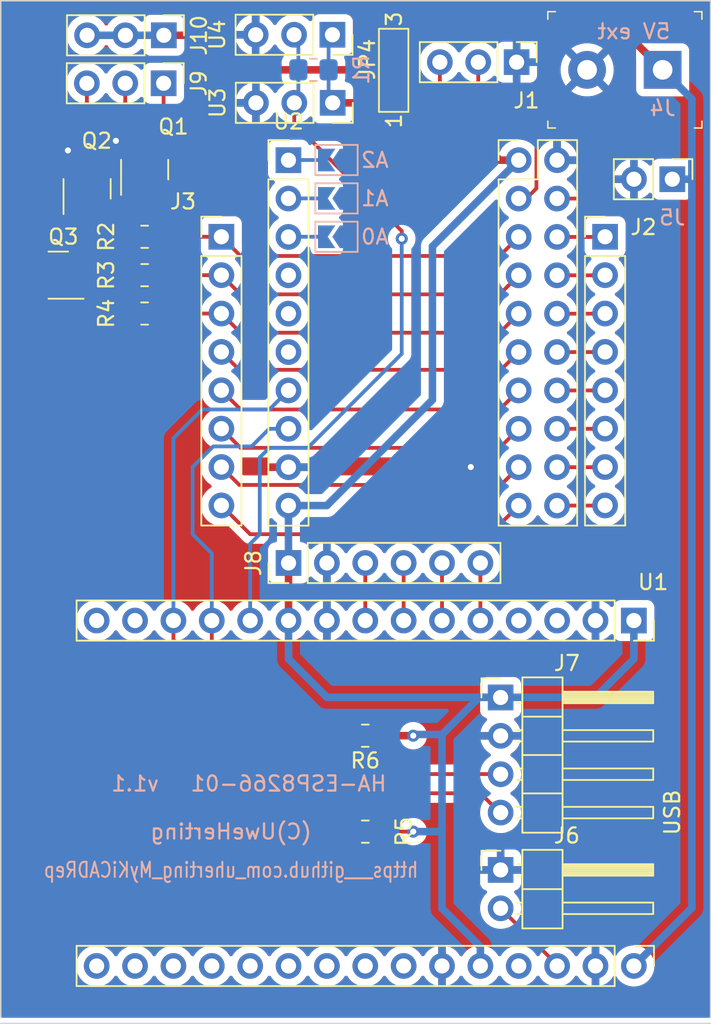
<source format=kicad_pcb>
(kicad_pcb (version 20221018) (generator pcbnew)
  (title_block (title "HA Std board #01") (date "2019-10-10") (rev "0.99"))
  (layers (0 "F.Cu" signal) (31 "B.Cu" signal) (34 "B.Paste" user) (35 "F.Paste" user) (36 "B.SilkS" user "B.Silkscreen") (37 "F.SilkS" user "F.Silkscreen") (38 "B.Mask" user) (39 "F.Mask" user) (44 "Edge.Cuts" user))
  (net 0 "")
  (net 1 "GND")
  (net 2 "3V3")
  (net 3 "5V")
  (net 4 "SDA")
  (net 5 "SCL")
  (net 6 "1WireData3V3")
  (net 7 "D5")
  (net 8 "D6")
  (net 9 "D7")
  (net 10 "Net-(J1-Pin_2)")
  (net 11 "Net-(J1-Pin_3)")
  (net 12 "Net-(J2-P0)")
  (net 13 "Net-(J2-P1)")
  (net 14 "Net-(J2-P2)")
  (net 15 "~{RST}")
  (net 16 "D8")
  (net 17 "Net-(J2-P3)")
  (net 18 "Net-(J2-P4)")
  (net 19 "Net-(J2-P5)")
  (net 20 "Net-(J2-P6)")
  (net 21 "Net-(J2-P7)")
  (net 22 "B0")
  (net 23 "B1")
  (net 24 "B2")
  (net 25 "Net-(J3-P3)")
  (net 26 "Net-(J3-P4)")
  (net 27 "Net-(J3-P5)")
  (net 28 "Net-(J3-P6)")
  (net 29 "Net-(J3-P7)")
  (net 30 "Net-(JP2-B)")
  (net 31 "Net-(Q1-B)")
  (net 32 "B0_OUT")
  (net 33 "Net-(Q2-B)")
  (net 34 "B1_OUT")
  (net 35 "Net-(Q3-B)")
  (net 36 "B2_OUT")
  (net 37 "Net-(J10-Pin_1)")
  (net 51 "Net-(JP1-B)")
  (net 52 "Net-(JP3-B)")
  (footprint "Connector_PinHeader_2.54mm:PinHeader_1x03_P2.54mm_Vertical" (layer "F.Cu") (at 117.333 102.108 -90)
    (fp_text reference "J1" (at 2.54 -0.65) (layer "F.SilkS"))
    (fp_text value "IRQs")
    (pad "1" thru_hole rect (at 0 0 270) (size 1.7 1.7) (drill 1) (layers "*.Cu" "*.Mask") (net 1 "GND"))
    (pad "2" thru_hole oval (at 0 2.54 270) (size 1.7 1.7) (drill 1) (layers "*.Cu" "*.Mask") (net 10 "Net-(J1-Pin_2)"))
    (pad "3" thru_hole oval (at 0 5.08 270) (size 1.7 1.7) (drill 1) (layers "*.Cu" "*.Mask") (net 11 "Net-(J1-Pin_3)"))
  )
  (footprint "Connector_PinHeader_2.54mm:PinHeader_1x02_P2.54mm_Horizontal" (layer "F.Cu") (at 116.275 155.57)
    (fp_text reference "J6" (at 4.385 -2.27) (layer "F.SilkS"))
    (fp_text value "~RESET")
    (pad "1" thru_hole rect (at 0 0) (size 1.7 1.7) (drill 1) (layers "*.Cu" "*.Mask") (net 1 "GND"))
    (pad "2" thru_hole oval (at 0 2.54) (size 1.7 1.7) (drill 1) (layers "*.Cu" "*.Mask") (net 15 "~{RST}"))
  )
  (footprint "UH_HA:Module_NodeMcu_v1" (layer "F.Cu") (at 125.095 150.495 -90)
    (fp_text reference "U1" (at -13.97 -1.27) (layer "F.SilkS"))
    (fp_text value "NodeMCU V1")
    (fp_text user "USB" (at 1.27 -2.54 90) (layer "F.SilkS"))
    (pad "1" thru_hole rect (at -11.43 0 270) (size 1.7 1.7) (drill 1) (layers "*.Cu" "*.Mask") (net 2 "3V3"))
    (pad "2" thru_hole oval (at -11.43 2.54 270) (size 1.7 1.7) (drill 1) (layers "*.Cu" "*.Mask") (net 1 "GND"))
    (pad "3" thru_hole oval (at -11.43 5.08 270) (size 1.7 1.7) (drill 1) (layers "*.Cu" "*.Mask"))
    (pad "4" thru_hole oval (at -11.43 7.62 270) (size 1.7 1.7) (drill 1) (layers "*.Cu" "*.Mask"))
    (pad "5" thru_hole oval (at -11.43 10.16 270) (size 1.7 1.7) (drill 1) (layers "*.Cu" "*.Mask") (net 16 "D8"))
    (pad "6" thru_hole oval (at -11.43 12.7 270) (size 1.7 1.7) (drill 1) (layers "*.Cu" "*.Mask") (net 9 "D7"))
    (pad "7" thru_hole oval (at -11.43 15.24 270) (size 1.7 1.7) (drill 1) (layers "*.Cu" "*.Mask") (net 8 "D6"))
    (pad "8" thru_hole oval (at -11.43 17.78 270) (size 1.7 1.7) (drill 1) (layers "*.Cu" "*.Mask") (net 7 "D5"))
    (pad "9" thru_hole oval (at -11.43 20.32 270) (size 1.7 1.7) (drill 1) (layers "*.Cu" "*.Mask") (net 1 "GND"))
    (pad "10" thru_hole oval (at -11.43 22.86 270) (size 1.7 1.7) (drill 1) (layers "*.Cu" "*.Mask") (net 2 "3V3"))
    (pad "11" thru_hole oval (at -11.43 25.4 270) (size 1.7 1.7) (drill 1) (layers "*.Cu" "*.Mask") (net 6 "1WireData3V3"))
    (pad "12" thru_hole oval (at -11.43 27.94 270) (size 1.7 1.7) (drill 1) (layers "*.Cu" "*.Mask") (net 5 "SCL"))
    (pad "13" thru_hole oval (at -11.43 30.48 270) (size 1.7 1.7) (drill 1) (layers "*.Cu" "*.Mask") (net 4 "SDA"))
    (pad "14" thru_hole oval (at -11.43 33.02 270) (size 1.7 1.7) (drill 1) (layers "*.Cu" "*.Mask"))
    (pad "15" thru_hole oval (at -11.43 35.56 270) (size 1.7 1.7) (drill 1) (layers "*.Cu" "*.Mask"))
    (pad "16" thru_hole circle (at 11.43 0 270) (size 1.7 1.7) (drill 1) (layers "*.Cu" "*.Mask") (net 3 "5V"))
    (pad "17" thru_hole oval (at 11.43 2.54 270) (size 1.7 1.7) (drill 1) (layers "*.Cu" "*.Mask") (net 1 "GND"))
    (pad "18" thru_hole oval (at 11.43 5.08 270) (size 1.7 1.7) (drill 1) (layers "*.Cu" "*.Mask") (net 15 "~{RST}"))
    (pad "19" thru_hole oval (at 11.43 7.62 270) (size 1.7 1.7) (drill 1) (layers "*.Cu" "*.Mask"))
    (pad "20" thru_hole oval (at 11.43 10.16 270) (size 1.7 1.7) (drill 1) (layers "*.Cu" "*.Mask") (net 2 "3V3"))
    (pad "21" thru_hole oval (at 11.43 12.7 270) (size 1.7 1.7) (drill 1) (layers "*.Cu" "*.Mask") (net 1 "GND"))
    (pad "22" thru_hole oval (at 11.43 15.24 270) (size 1.7 1.7) (drill 1) (layers "*.Cu" "*.Mask"))
    (pad "23" thru_hole oval (at 11.43 17.78 270) (size 1.7 1.7) (drill 1) (layers "*.Cu" "*.Mask"))
    (pad "24" thru_hole oval (at 11.43 20.32 270) (size 1.7 1.7) (drill 1) (layers "*.Cu" "*.Mask"))
    (pad "25" thru_hole oval (at 11.43 22.86 270) (size 1.7 1.7) (drill 1) (layers "*.Cu" "*.Mask"))
    (pad "26" thru_hole oval (at 11.43 25.4 270) (size 1.7 1.7) (drill 1) (layers "*.Cu" "*.Mask"))
    (pad "27" thru_hole oval (at 11.43 27.94 270) (size 1.7 1.7) (drill 1) (layers "*.Cu" "*.Mask"))
    (pad "28" thru_hole oval (at 11.43 30.48 270) (size 1.7 1.7) (drill 1) (layers "*.Cu" "*.Mask"))
    (pad "29" thru_hole oval (at 11.43 33.02 270) (size 1.7 1.7) (drill 1) (layers "*.Cu" "*.Mask"))
    (pad "30" thru_hole oval (at 11.43 35.56 270) (size 1.7 1.7) (drill 1) (layers "*.Cu" "*.Mask"))
  )
  (footprint "Connector_PinHeader_2.54mm:PinHeader_1x04_P2.54mm_Horizontal" (layer "F.Cu") (at 116.275 144.155)
    (fp_text reference "J7" (at 4.385 -2.27) (layer "F.SilkS"))
    (fp_text value "I2C breakout")
    (pad "1" thru_hole rect (at 0 0) (size 1.7 1.7) (drill 1) (layers "*.Cu" "*.Mask") (net 2 "3V3"))
    (pad "2" thru_hole oval (at 0 2.54) (size 1.7 1.7) (drill 1) (layers "*.Cu" "*.Mask") (net 1 "GND"))
    (pad "3" thru_hole oval (at 0 5.08) (size 1.7 1.7) (drill 1) (layers "*.Cu" "*.Mask") (net 5 "SCL"))
    (pad "4" thru_hole oval (at 0 7.62) (size 1.7 1.7) (drill 1) (layers "*.Cu" "*.Mask") (net 4 "SDA"))
  )
  (footprint "UH_HA:PinHeader_1x08_P2.54mm_Vertical" (layer "F.Cu") (at 123.19 113.665)
    (fp_text reference "J2" (at 2.54 -0.635) (layer "F.SilkS"))
    (fp_text value "DataPort A")
    (pad "1" thru_hole rect (at 0 0) (size 1.7 1.7) (drill 1) (layers "*.Cu" "*.Mask") (net 12 "Net-(J2-P0)"))
    (pad "2" thru_hole oval (at 0 2.54) (size 1.7 1.7) (drill 1) (layers "*.Cu" "*.Mask") (net 13 "Net-(J2-P1)"))
    (pad "3" thru_hole oval (at 0 5.08) (size 1.7 1.7) (drill 1) (layers "*.Cu" "*.Mask") (net 14 "Net-(J2-P2)"))
    (pad "4" thru_hole oval (at 0 7.62) (size 1.7 1.7) (drill 1) (layers "*.Cu" "*.Mask") (net 17 "Net-(J2-P3)"))
    (pad "5" thru_hole oval (at 0 10.16) (size 1.7 1.7) (drill 1) (layers "*.Cu" "*.Mask") (net 18 "Net-(J2-P4)"))
    (pad "6" thru_hole oval (at 0 12.7) (size 1.7 1.7) (drill 1) (layers "*.Cu" "*.Mask") (net 19 "Net-(J2-P5)"))
    (pad "7" thru_hole oval (at 0 15.24) (size 1.7 1.7) (drill 1) (layers "*.Cu" "*.Mask") (net 20 "Net-(J2-P6)"))
    (pad "8" thru_hole oval (at 0 17.78) (size 1.7 1.7) (drill 1) (layers "*.Cu" "*.Mask") (net 21 "Net-(J2-P7)"))
  )
  (footprint "UH_HA:PinHeader_1x08_P2.54mm_Vertical" (layer "F.Cu") (at 97.79 113.665)
    (fp_text reference "J3" (at -2.54 -2.33) (layer "F.SilkS"))
    (fp_text value "DataPort B")
    (pad "1" thru_hole rect (at 0 0) (size 1.7 1.7) (drill 1) (layers "*.Cu" "*.Mask") (net 22 "B0"))
    (pad "2" thru_hole oval (at 0 2.54) (size 1.7 1.7) (drill 1) (layers "*.Cu" "*.Mask") (net 23 "B1"))
    (pad "3" thru_hole oval (at 0 5.08) (size 1.7 1.7) (drill 1) (layers "*.Cu" "*.Mask") (net 24 "B2"))
    (pad "4" thru_hole oval (at 0 7.62) (size 1.7 1.7) (drill 1) (layers "*.Cu" "*.Mask") (net 25 "Net-(J3-P3)"))
    (pad "5" thru_hole oval (at 0 10.16) (size 1.7 1.7) (drill 1) (layers "*.Cu" "*.Mask") (net 26 "Net-(J3-P4)"))
    (pad "6" thru_hole oval (at 0 12.7) (size 1.7 1.7) (drill 1) (layers "*.Cu" "*.Mask") (net 27 "Net-(J3-P5)"))
    (pad "7" thru_hole oval (at 0 15.24) (size 1.7 1.7) (drill 1) (layers "*.Cu" "*.Mask") (net 28 "Net-(J3-P6)"))
    (pad "8" thru_hole oval (at 0 17.78) (size 1.7 1.7) (drill 1) (layers "*.Cu" "*.Mask") (net 29 "Net-(J3-P7)"))
  )
  (footprint "UH_HA:1WireBus" (layer "F.Cu") (at 105.156 104.8 -90)
    (fp_text reference "U3" (at 0 7.62 90) (layer "F.SilkS"))
    (fp_text value "1WireBus" hide)
    (pad "1" thru_hole rect (at 0 0 270) (size 1.7 1.7) (drill 1) (layers "*.Cu" "*.Mask") (net 2 "3V3"))
    (pad "2" thru_hole oval (at 0 2.54 270) (size 1.7 1.7) (drill 1) (layers "*.Cu" "*.Mask") (net 6 "1WireData3V3"))
    (pad "3" thru_hole oval (at 0 5.08 270) (size 1.7 1.7) (drill 1) (layers "*.Cu" "*.Mask") (net 1 "GND"))
  )
  (footprint "UH_HA:1WireBus" (layer "F.Cu") (at 105.141 100.295 -90)
    (fp_text reference "U4" (at 0 7.62 90) (layer "F.SilkS"))
    (fp_text value "1WireBus" hide)
    (pad "1" thru_hole rect (at 0 0 270) (size 1.7 1.7) (drill 1) (layers "*.Cu" "*.Mask") (net 2 "3V3"))
    (pad "2" thru_hole oval (at 0 2.54 270) (size 1.7 1.7) (drill 1) (layers "*.Cu" "*.Mask") (net 6 "1WireData3V3"))
    (pad "3" thru_hole oval (at 0 5.08 270) (size 1.7 1.7) (drill 1) (layers "*.Cu" "*.Mask") (net 1 "GND"))
  )
  (footprint "Resistor_SMD:R_0805_2012Metric_Pad1.20x1.40mm_HandSolder" (layer "F.Cu") (at 92.71 116.205)
    (fp_text reference "R3" (at -2.54 0 90) (layer "F.SilkS"))
    (fp_text value "12k")
    (pad "1" smd roundrect (at -1 0) (size 1.2 1.4) (layers "F.Cu" "F.Paste" "F.Mask") (roundrect_rratio 0.208333) (net 33 "Net-(Q2-B)"))
    (pad "2" smd roundrect (at 1 0) (size 1.2 1.4) (layers "F.Cu" "F.Paste" "F.Mask") (roundrect_rratio 0.208333) (net 23 "B1"))
  )
  (footprint "Connector_PinHeader_2.54mm:PinHeader_1x02_P2.54mm_Vertical" (layer "F.Cu") (at 127.64 109.855 -90)
    (fp_text reference "J5" (at 2.54 0.005) (layer "B.SilkS") (effects (justify mirror)))
    (fp_text value "5V ext" hide)
    (pad "1" thru_hole rect (at 0 0 270) (size 1.7 1.7) (drill 1) (layers "*.Cu" "*.Mask") (net 3 "5V"))
    (pad "2" thru_hole oval (at 0 2.54 270) (size 1.7 1.7) (drill 1) (layers "*.Cu" "*.Mask") (net 1 "GND"))
  )
  (footprint "Resistor_SMD:R_0805_2012Metric_Pad1.20x1.40mm_HandSolder" (layer "F.Cu") (at 92.71 118.745)
    (fp_text reference "R4" (at -2.54 0 90) (layer "F.SilkS"))
    (fp_text value "12k" hide)
    (pad "1" smd roundrect (at -1 0) (size 1.2 1.4) (layers "F.Cu" "F.Paste" "F.Mask") (roundrect_rratio 0.208333) (net 35 "Net-(Q3-B)"))
    (pad "2" smd roundrect (at 1 0) (size 1.2 1.4) (layers "F.Cu" "F.Paste" "F.Mask") (roundrect_rratio 0.208333) (net 24 "B2"))
  )
  (footprint "UH_HA:Module_MCP23017" (layer "F.Cu") (at 109.85 120.025)
    (fp_text reference "U2" (at -7.615 -13.98) (layer "F.SilkS"))
    (fp_text value "MCP23017M")
    (pad "1" thru_hole rect (at -7.62 -11.43) (size 1.7 1.7) (drill 1) (layers "*.Cu" "*.Mask") (net 51 "Net-(JP1-B)"))
    (pad "2" thru_hole oval (at -7.62 -8.89) (size 1.7 1.7) (drill 1) (layers "*.Cu" "*.Mask") (net 30 "Net-(JP2-B)"))
    (pad "3" thru_hole oval (at -7.62 -6.35) (size 1.7 1.7) (drill 1) (layers "*.Cu" "*.Mask") (net 52 "Net-(JP3-B)"))
    (pad "4" thru_hole oval (at -7.62 -3.81) (size 1.7 1.7) (drill 1) (layers "*.Cu" "*.Mask"))
    (pad "5" thru_hole oval (at -7.62 -1.27) (size 1.7 1.7) (drill 1) (layers "*.Cu" "*.Mask"))
    (pad "6" thru_hole oval (at -7.62 1.27) (size 1.7 1.7) (drill 1) (layers "*.Cu" "*.Mask"))
    (pad "7" thru_hole oval (at -7.62 3.81) (size 1.7 1.7) (drill 1) (layers "*.Cu" "*.Mask") (net 4 "SDA"))
    (pad "8" thru_hole oval (at -7.62 6.35) (size 1.7 1.7) (drill 1) (layers "*.Cu" "*.Mask") (net 5 "SCL"))
    (pad "9" thru_hole oval (at -7.62 8.89) (size 1.7 1.7) (drill 1) (layers "*.Cu" "*.Mask") (net 1 "GND"))
    (pad "10" thru_hole oval (at -7.62 11.43) (size 1.7 1.7) (drill 1) (layers "*.Cu" "*.Mask") (net 2 "3V3"))
    (pad "11" thru_hole circle (at 7.62 -11.43) (size 1.7 1.7) (drill 1) (layers "*.Cu" "*.Mask") (net 2 "3V3"))
    (pad "12" thru_hole oval (at 10.16 -11.43) (size 1.7 1.7) (drill 1) (layers "*.Cu" "*.Mask") (net 1 "GND"))
    (pad "13" thru_hole oval (at 7.62 -8.89) (size 1.7 1.7) (drill 1) (layers "*.Cu" "*.Mask") (net 11 "Net-(J1-Pin_3)"))
    (pad "14" thru_hole oval (at 10.16 -8.89) (size 1.7 1.7) (drill 1) (layers "*.Cu" "*.Mask") (net 10 "Net-(J1-Pin_2)"))
    (pad "15" thru_hole oval (at 7.62 -6.35) (size 1.7 1.7) (drill 1) (layers "*.Cu" "*.Mask") (net 22 "B0"))
    (pad "16" thru_hole oval (at 10.16 -6.35) (size 1.7 1.7) (drill 1) (layers "*.Cu" "*.Mask") (net 12 "Net-(J2-P0)"))
    (pad "17" thru_hole oval (at 7.62 -3.81) (size 1.7 1.7) (drill 1) (layers "*.Cu" "*.Mask") (net 23 "B1"))
    (pad "18" thru_hole oval (at 10.16 -3.81) (size 1.7 1.7) (drill 1) (layers "*.Cu" "*.Mask") (net 13 "Net-(J2-P1)"))
    (pad "19" thru_hole oval (at 7.62 -1.27) (size 1.7 1.7) (drill 1) (layers "*.Cu" "*.Mask") (net 24 "B2"))
    (pad "20" thru_hole oval (at 10.16 -1.27) (size 1.7 1.7) (drill 1) (layers "*.Cu" "*.Mask") (net 14 "Net-(J2-P2)"))
    (pad "21" thru_hole oval (at 7.62 1.27) (size 1.7 1.7) (drill 1) (layers "*.Cu" "*.Mask") (net 25 "Net-(J3-P3)"))
    (pad "22" thru_hole oval (at 10.16 1.27) (size 1.7 1.7) (drill 1) (layers "*.Cu" "*.Mask") (net 17 "Net-(J2-P3)"))
    (pad "23" thru_hole oval (at 7.62 3.81) (size 1.7 1.7) (drill 1) (layers "*.Cu" "*.Mask") (net 26 "Net-(J3-P4)"))
    (pad "24" thru_hole oval (at 10.16 3.81) (size 1.7 1.7) (drill 1) (layers "*.Cu" "*.Mask") (net 18 "Net-(J2-P4)"))
    (pad "25" thru_hole oval (at 7.62 6.35) (size 1.7 1.7) (drill 1) (layers "*.Cu" "*.Mask") (net 27 "Net-(J3-P5)"))
    (pad "26" thru_hole oval (at 10.16 6.35) (size 1.7 1.7) (drill 1) (layers "*.Cu" "*.Mask") (net 19 "Net-(J2-P5)"))
    (pad "27" thru_hole oval (at 7.62 8.89) (size 1.7 1.7) (drill 1) (layers "*.Cu" "*.Mask") (net 28 "Net-(J3-P6)"))
    (pad "28" thru_hole oval (at 10.16 8.89) (size 1.7 1.7) (drill 1) (layers "*.Cu" "*.Mask") (net 20 "Net-(J2-P6)"))
    (pad "29" thru_hole oval (at 7.62 11.43) (size 1.7 1.7) (drill 1) (layers "*.Cu" "*.Mask") (net 29 "Net-(J3-P7)"))
    (pad "30" thru_hole oval (at 10.16 11.43) (size 1.7 1.7) (drill 1) (layers "*.Cu" "*.Mask") (net 21 "Net-(J2-P7)"))
  )
  (footprint "UH_HA:SOT-23" (layer "F.Cu") (at 86.995 116.205 180)
    (fp_text reference "Q3" (at -0.3325 2.54) (layer "F.SilkS"))
    (fp_text value "MMBT3904" hide)
    (pad "1" smd roundrect (at -0.9375 -0.95 180) (size 1.475 0.6) (layers "F.Cu" "F.Paste" "F.Mask") (net 35 "Net-(Q3-B)"))
    (pad "2" smd roundrect (at -0.9375 0.95 180) (size 1.475 0.6) (layers "F.Cu" "F.Paste" "F.Mask") (net 1 "GND"))
    (pad "3" smd roundrect (at 0.9375 0 180) (size 1.475 0.6) (layers "F.Cu" "F.Paste" "F.Mask") (net 36 "B2_OUT"))
  )
  (footprint "UH_HA:R_0805_2012Metric_Pad1.20x1.40mm_HandSolder" (layer "F.Cu") (at 107.315 146.685 180)
    (fp_text reference "R6" (at 0 -1.65) (layer "F.SilkS"))
    (fp_text value "4k7")
    (pad "1" smd roundrect (at -1 0 180) (size 1.2 1.4) (layers "F.Cu" "F.Paste" "F.Mask") (roundrect_rratio 0.208333) (net 2 "3V3"))
    (pad "2" smd roundrect (at 1 0 180) (size 1.2 1.4) (layers "F.Cu" "F.Paste" "F.Mask") (roundrect_rratio 0.208333) (net 5 "SCL"))
  )
  (footprint "UH_HA:SOT-23" (layer "F.Cu") (at 88.9 110.49 90)
    (fp_text reference "Q2" (at 3.175 0.635 180) (layer "F.SilkS"))
    (fp_text value "MMBT3904" hide)
    (pad "1" smd roundrect (at -0.9375 -0.95 90) (size 1.475 0.6) (layers "F.Cu" "F.Paste" "F.Mask") (net 33 "Net-(Q2-B)"))
    (pad "2" smd roundrect (at -0.9375 0.95 90) (size 1.475 0.6) (layers "F.Cu" "F.Paste" "F.Mask") (net 1 "GND"))
    (pad "3" smd roundrect (at 0.9375 0 90) (size 1.475 0.6) (layers "F.Cu" "F.Paste" "F.Mask") (net 34 "B1_OUT"))
  )
  (footprint "Connector_PinHeader_2.54mm:PinHeader_1x03_P2.54mm_Vertical" (layer "F.Cu") (at 93.98 100.33 -90)
    (fp_text reference "J10" (at 0 -2.33 90) (layer "F.SilkS"))
    (fp_text value "SSR VCC" hide)
    (pad "1" thru_hole rect (at 0 0 270) (size 1.7 1.7) (drill 1) (layers "*.Cu" "*.Mask") (net 37 "Net-(J10-Pin_1)"))
    (pad "2" thru_hole oval (at 0 2.54 270) (size 1.7 1.7) (drill 1) (layers "*.Cu" "*.Mask") (net 37 "Net-(J10-Pin_1)"))
    (pad "3" thru_hole oval (at 0 5.08 270) (size 1.7 1.7) (drill 1) (layers "*.Cu" "*.Mask") (net 37 "Net-(J10-Pin_1)"))
  )
  (footprint "UH_HA:R_0805_2012Metric_Pad1.20x1.40mm_HandSolder" (layer "F.Cu") (at 107.315 153.035 180)
    (fp_text reference "R5" (at -2.54 0 90) (layer "F.SilkS"))
    (fp_text value "4k7")
    (pad "1" smd roundrect (at -1 0 180) (size 1.2 1.4) (layers "F.Cu" "F.Paste" "F.Mask") (roundrect_rratio 0.208333) (net 2 "3V3"))
    (pad "2" smd roundrect (at 1 0 180) (size 1.2 1.4) (layers "F.Cu" "F.Paste" "F.Mask") (roundrect_rratio 0.208333) (net 4 "SDA"))
  )
  (footprint "Connector_PinHeader_2.54mm:PinHeader_1x06_P2.54mm_Vertical" (layer "F.Cu") (at 102.235 135.255 90)
    (fp_text reference "J8" (at 0 -2.33 90) (layer "F.SilkS"))
    (fp_text value "D5-8 breakout" hide)
    (pad "1" thru_hole rect (at 0 0 90) (size 1.7 1.7) (drill 1) (layers "*.Cu" "*.Mask") (net 2 "3V3"))
    (pad "2" thru_hole oval (at 0 2.54 90) (size 1.7 1.7) (drill 1) (layers "*.Cu" "*.Mask") (net 1 "GND"))
    (pad "3" thru_hole oval (at 0 5.08 90) (size 1.7 1.7) (drill 1) (layers "*.Cu" "*.Mask") (net 7 "D5"))
    (pad "4" thru_hole oval (at 0 7.62 90) (size 1.7 1.7) (drill 1) (layers "*.Cu" "*.Mask") (net 8 "D6"))
    (pad "5" thru_hole oval (at 0 10.16 90) (size 1.7 1.7) (drill 1) (layers "*.Cu" "*.Mask") (net 9 "D7"))
    (pad "6" thru_hole oval (at 0 12.7 90) (size 1.7 1.7) (drill 1) (layers "*.Cu" "*.Mask") (net 16 "D8"))
  )
  (footprint "UH_HA:SOT-23" (layer "F.Cu") (at 92.71 109.22 90)
    (fp_text reference "Q1" (at 2.8425 1.905 180) (layer "F.SilkS"))
    (fp_text value "MMBT3904" hide)
    (pad "1" smd roundrect (at -0.9375 -0.95 90) (size 1.475 0.6) (layers "F.Cu" "F.Paste" "F.Mask") (net 31 "Net-(Q1-B)"))
    (pad "2" smd roundrect (at -0.9375 0.95 90) (size 1.475 0.6) (layers "F.Cu" "F.Paste" "F.Mask") (net 1 "GND"))
    (pad "3" smd roundrect (at 0.9375 0 90) (size 1.475 0.6) (layers "F.Cu" "F.Paste" "F.Mask") (net 32 "B0_OUT"))
  )
  (footprint "UH_HA:Term_Block_1x2_P5mm" (layer "F.Cu") (at 127 102.616 180)
    (fp_text reference "J4" (at 0 -2.54) (layer "B.SilkS") (effects (justify mirror)))
    (fp_text value "5V ext" (at 1.905 2.54) (layer "B.SilkS") (effects (justify mirror)))
    (pad "1" thru_hole rect (at 0 0 180) (size 2.5 2.5) (drill 1.3) (layers "*.Cu" "*.Mask") (net 3 "5V"))
    (pad "2" thru_hole circle (at 5 0 180) (size 2.5 2.5) (drill 1.3) (layers "*.Cu" "*.Mask") (net 1 "GND"))
  )
  (footprint "Resistor_SMD:R_0805_2012Metric_Pad1.20x1.40mm_HandSolder" (layer "F.Cu") (at 92.71 113.665)
    (fp_text reference "R2" (at -2.54 0 90) (layer "F.SilkS"))
    (fp_text value "12k")
    (pad "1" smd roundrect (at -1 0) (size 1.2 1.4) (layers "F.Cu" "F.Paste" "F.Mask") (roundrect_rratio 0.208333) (net 31 "Net-(Q1-B)"))
    (pad "2" smd roundrect (at 1 0) (size 1.2 1.4) (layers "F.Cu" "F.Paste" "F.Mask") (roundrect_rratio 0.208333) (net 22 "B0"))
  )
  (footprint "UH_HA:SolderJumper-3_P2.0mm_Open_TrianglePad1.0x1.5mm_NumberLabels" (layer "F.Cu") (at 109.22 102.648 90)
    (fp_text reference "JP4" (at 0.725 -1.775 90) (layer "F.SilkS"))
    (fp_text value "SolderJumper_3_Open" hide)
    (fp_text user "1" (at -3.35 0 90) (layer "F.SilkS"))
    (fp_text user "3" (at 3.4 0 90) (layer "F.SilkS"))
    (pad "1" smd custom (at -2 0 90) (size 0.3 0.3) (layers "F.Cu" "F.Mask") (net 2 "3V3") (options (clearance outline) (anchor rect)) (primitives (gr_poly (pts (xy -0.5 -0.75) (xy 0.5 -0.75) (xy 1 0) (xy 0.5 0.75) (xy -0.5 0.75)) (width 0) (fill yes))))
    (pad "2" smd custom (at 0 0 90) (size 0.3 0.3) (layers "F.Cu") (net 37 "Net-(J10-Pin_1)") (options (clearance outline) (anchor rect)) (primitives (gr_poly (pts (xy -1.2 -0.75) (xy 1.2 -0.75) (xy 0.7 0) (xy 1.2 0.75) (xy -1.2 0.75) (xy -0.7 0)) (width 0) (fill yes))))
    (pad "3" smd custom (at 2 0 270) (size 0.3 0.3) (layers "F.Cu" "F.Mask") (net 3 "5V") (options (clearance outline) (anchor rect)) (primitives (gr_poly (pts (xy -0.5 -0.75) (xy 0.5 -0.75) (xy 1 0) (xy 0.5 0.75) (xy -0.5 0.75)) (width 0) (fill yes))))
  )
  (footprint "Connector_PinHeader_2.54mm:PinHeader_1x03_P2.54mm_Vertical" (layer "F.Cu") (at 93.965 103.505 -90)
    (fp_text reference "J9" (at 0 -2.33 90) (layer "F.SilkS"))
    (fp_text value "SSR out" hide)
    (pad "1" thru_hole rect (at 0 0 270) (size 1.7 1.7) (drill 1) (layers "*.Cu" "*.Mask") (net 32 "B0_OUT"))
    (pad "2" thru_hole oval (at 0 2.54 270) (size 1.7 1.7) (drill 1) (layers "*.Cu" "*.Mask") (net 34 "B1_OUT"))
    (pad "3" thru_hole oval (at 0 5.08 270) (size 1.7 1.7) (drill 1) (layers "*.Cu" "*.Mask") (net 36 "B2_OUT"))
  )
  (footprint "UH_HA:Copyright-Uwe_Herting" (layer "B.Cu") (at 98.425 154.305 180)
    (fp_text reference "T2")
    (fp_text value "(C)UweHerting" (at 0 1.27 unlocked) (layer "B.SilkS") (effects (justify mirror)))
  )
  (footprint "UH_HA:GithubLink_UH" (layer "B.Cu") (at 98.425 156.845 180)
    (fp_text reference "T3")
    (fp_text value "https___github.com_uherting_MyKiCADRep" (at 0 1.27 unlocked) (layer "B.SilkS") (effects (font (size 1 0.8) (thickness 0.13)) (justify mirror)))
  )
  (footprint "UH_HA:PCB_Name" (layer "B.Cu") (at 102.235 150.495 180)
    (fp_text reference "T1")
    (fp_text value "HA-ESP8266-01" (at 0 0.635 unlocked) (layer "B.SilkS") (effects (justify mirror)))
  )
  (footprint "UH_HA:PCB_Version" (layer "B.Cu") (at 92.075 150.495 180)
    (fp_text reference "T4")
    (fp_text value "v1.1" (at 0 0.635 unlocked) (layer "B.SilkS") (effects (justify mirror)))
  )
  (footprint "UH_HA:SolderJumper-2_P1.3mm_Open_TrianglePad1.0x1.5mm" (layer "B.Cu") (at 105.41 108.585 180)
    (fp_text reference "JP1" hide)
    (fp_text value "A2" (at -2.54 0) (layer "B.SilkS") (effects (justify mirror)))
    (pad "1" smd custom (at -0.725 0 180) (size 0.3 0.3) (layers "B.Cu" "B.Mask") (net 1 "GND") (options (clearance outline) (anchor rect)) (primitives (gr_poly (pts (xy -0.5 0.75) (xy 0.5 0.75) (xy 1 0) (xy 0.5 -0.75) (xy -0.5 -0.75)) (width 0) (fill yes))))
    (pad "2" smd custom (at 0.725 0 180) (size 0.3 0.3) (layers "B.Cu" "B.Mask") (net 51 "Net-(JP1-B)") (options (clearance outline) (anchor rect)) (primitives (gr_poly (pts (xy -0.65 0.75) (xy 0.5 0.75) (xy 0.5 -0.75) (xy -0.65 -0.75) (xy -0.15 0)) (width 0) (fill yes))))
  )
  (footprint "UH_HA:SolderJumper-2_P1.3mm_Open_TrianglePad1.0x1.5mm" (layer "B.Cu") (at 105.41 111.125 180)
    (fp_text reference "JP2" hide)
    (fp_text value "A1" (at -2.54 0) (layer "B.SilkS") (effects (justify mirror)))
    (pad "1" smd custom (at -0.725 0 180) (size 0.3 0.3) (layers "B.Cu" "B.Mask") (net 1 "GND") (options (clearance outline) (anchor rect)) (primitives (gr_poly (pts (xy -0.5 0.75) (xy 0.5 0.75) (xy 1 0) (xy 0.5 -0.75) (xy -0.5 -0.75)) (width 0) (fill yes))))
    (pad "2" smd custom (at 0.725 0 180) (size 0.3 0.3) (layers "B.Cu" "B.Mask") (net 30 "Net-(JP2-B)") (options (clearance outline) (anchor rect)) (primitives (gr_poly (pts (xy -0.65 0.75) (xy 0.5 0.75) (xy 0.5 -0.75) (xy -0.65 -0.75) (xy -0.15 0)) (width 0) (fill yes))))
  )
  (footprint "UH_HA:R_0805_2012Metric_Pad1.20x1.40mm_HandSolder" (layer "B.Cu") (at 103.886 102.616)
    (fp_text reference "R1" (at 3.175 0 90) (layer "B.SilkS") (effects (justify mirror)))
    (fp_text value "4k7" hide)
    (pad "1" smd roundrect (at -1 0) (size 1.2 1.4) (layers "B.Cu" "B.Paste" "B.Mask") (roundrect_rratio 0.208333) (net 6 "1WireData3V3"))
    (pad "2" smd roundrect (at 1 0) (size 1.2 1.4) (layers "B.Cu" "B.Paste" "B.Mask") (roundrect_rratio 0.208333) (net 2 "3V3"))
  )
  (footprint "UH_HA:SolderJumper-2_P1.3mm_Open_TrianglePad1.0x1.5mm" (layer "B.Cu") (at 105.41 113.665 180)
    (fp_text reference "JP3" hide)
    (fp_text value "A0" (at -2.54 0) (layer "B.SilkS") (effects (justify mirror)))
    (pad "1" smd custom (at -0.725 0 180) (size 0.3 0.3) (layers "B.Cu" "B.Mask") (net 1 "GND") (options (clearance outline) (anchor rect)) (primitives (gr_poly (pts (xy -0.5 0.75) (xy 0.5 0.75) (xy 1 0) (xy 0.5 -0.75) (xy -0.5 -0.75)) (width 0) (fill yes))))
    (pad "2" smd custom (at 0.725 0 180) (size 0.3 0.3) (layers "B.Cu" "B.Mask") (net 52 "Net-(JP3-B)") (options (clearance outline) (anchor rect)) (primitives (gr_poly (pts (xy -0.65 0.75) (xy 0.5 0.75) (xy 0.5 -0.75) (xy -0.65 -0.75) (xy -0.15 0)) (width 0) (fill yes))))
  )
  (gr_line (start 130.175 98.044) (end 130.175 165.354) (stroke (width 0.1)) (layer "Edge.Cuts"))
  (gr_line (start 130.175 165.735) (end 83.185 165.735) (stroke (width 0.1)) (layer "Edge.Cuts"))
  (gr_line (start 83.185 98.044) (end 130.175 98.044) (stroke (width 0.1)) (layer "Edge.Cuts"))
  (gr_line (start 83.185 165.354) (end 83.185 98.044) (stroke (width 0.1)) (layer "Edge.Cuts"))
  (segment (start 104.775 139.065) (end 104.775 135.255) (width 0.25) (layer "F.Cu") (net 1))
  (via (at 114.3 128.905) (size 0.8) (drill 0.4) (layers "F.Cu" "B.Cu") (net 1))
  (via (at 90.805 107.315) (size 0.8) (drill 0.4) (layers "F.Cu" "B.Cu") (net 1))
  (via (at 87.63 107.95) (size 0.8) (drill 0.4) (layers "F.Cu" "B.Cu") (net 1))
  (segment (start 116.215 108.595) (end 117.47 108.595) (width 0.5) (layer "F.Cu") (net 2))
  (segment (start 102.235 139.065) (end 102.235 135.255) (width 0.5) (layer "F.Cu") (net 2))
  (segment (start 105.156 104.8) (end 109.068 104.8) (width 0.5) (layer "F.Cu") (net 2))
  (segment (start 109.068 104.8) (end 109.22 104.648) (width 0.5) (layer "F.Cu") (net 2))
  (segment (start 109.22 104.648) (end 112.268 104.648) (width 0.5) (layer "F.Cu") (net 2))
  (segment (start 112.268 104.648) (end 116.215 108.595) (width 0.5) (layer "F.Cu") (net 2))
  (segment (start 102.235 131.46) (end 102.23 131.455) (width 0.5) (layer "F.Cu") (net 2))
  (segment (start 110.49 146.685) (end 108.315 146.685) (width 0.5) (layer "F.Cu") (net 2))
  (segment (start 108.315 153.035) (end 110.49 153.035) (width 0.25) (layer "F.Cu") (net 2))
  (via (at 110.49 153.035) (size 0.8) (drill 0.4) (layers "F.Cu" "B.Cu") (net 2))
  (via (at 110.49 146.685) (size 0.8) (drill 0.4) (layers "F.Cu" "B.Cu") (net 2))
  (segment (start 125.095 141.605) (end 125.095 139.065) (width 0.5) (layer "B.Cu") (net 2))
  (segment (start 112.395 146.605) (end 114.855 144.145) (width 0.5) (layer "B.Cu") (net 2))
  (segment (start 112.395 146.605) (end 110.57 146.605) (width 0.5) (layer "B.Cu") (net 2))
  (segment (start 102.23 131.455) (end 102.23 135.25) (width 0.5) (layer "B.Cu") (net 2))
  (segment (start 104.765 131.455) (end 111.76 124.46) (width 0.5) (layer "B.Cu") (net 2))
  (segment (start 111.76 124.46) (end 111.76 114.305) (width 0.5) (layer "B.Cu") (net 2))
  (segment (start 122.555 144.145) (end 125.095 141.605) (width 0.5) (layer "B.Cu") (net 2))
  (segment (start 104.775 144.145) (end 116.205 144.145) (width 0.5) (layer "B.Cu") (net 2))
  (segment (start 104.886 100.55) (end 105.141 100.295) (width 0.25) (layer "B.Cu") (net 2))
  (segment (start 104.886 102.616) (end 104.886 100.55) (width 0.25) (layer "B.Cu") (net 2))
  (segment (start 114.855 144.145) (end 116.205 144.145) (width 0.5) (layer "B.Cu") (net 2))
  (segment (start 104.886 104.53) (end 105.156 104.8) (width 0.25) (layer "B.Cu") (net 2))
  (segment (start 112.395 153.035) (end 110.49 153.035) (width 0.5) (layer "B.Cu") (net 2))
  (segment (start 110.57 146.605) (end 110.49 146.685) (width 0.5) (layer "B.Cu") (net 2))
  (segment (start 102.23 131.455) (end 104.765 131.455) (width 0.5) (layer "B.Cu") (net 2))
  (segment (start 116.205 144.145) (end 122.555 144.145) (width 0.5) (layer "B.Cu") (net 2))
  (segment (start 111.76 114.305) (end 117.47 108.595) (width 0.5) (layer "B.Cu") (net 2))
  (segment (start 112.395 153.035) (end 112.395 146.605) (width 0.5) (layer "B.Cu") (net 2))
  (segment (start 102.235 139.065) (end 102.235 141.605) (width 0.5) (layer "B.Cu") (net 2))
  (segment (start 114.935 160.655) (end 112.395 158.115) (width 0.5) (layer "B.Cu") (net 2))
  (segment (start 102.235 141.605) (end 104.775 144.145) (width 0.5) (layer "B.Cu") (net 2))
  (segment (start 112.395 158.115) (end 112.395 153.035) (width 0.5) (layer "B.Cu") (net 2))
  (segment (start 114.935 161.925) (end 114.935 160.655) (width 0.5) (layer "B.Cu") (net 2))
  (segment (start 102.23 135.25) (end 102.235 135.255) (width 0.5) (layer "B.Cu") (net 2))
  (segment (start 104.886 102.616) (end 104.886 104.53) (width 0.25) (layer "B.Cu") (net 2))
  (segment (start 110.744 99.568) (end 109.664 100.648) (width 0.5) (layer "F.Cu") (net 3))
  (segment (start 127 102.616) (end 123.952 99.568) (width 0.5) (layer "F.Cu") (net 3))
  (segment (start 109.664 100.648) (end 109.22 100.648) (width 0.5) (layer "F.Cu") (net 3))
  (segment (start 123.952 99.568) (end 110.744 99.568) (width 0.5) (layer "F.Cu") (net 3))
  (segment (start 125.095 161.925) (end 128.935 158.085) (width 0.5) (layer "B.Cu") (net 3))
  (segment (start 127.64 109.855) (end 128.905 109.855) (width 0.5) (layer "B.Cu") (net 3))
  (segment (start 128.935 158.085) (end 128.935 109.885) (width 0.5) (layer "B.Cu") (net 3))
  (segment (start 128.935 104.551) (end 127 102.616) (width 0.5) (layer "B.Cu") (net 3))
  (segment (start 128.935 109.885) (end 128.935 104.551) (width 0.5) (layer "B.Cu") (net 3))
  (segment (start 128.905 109.855) (end 128.935 109.885) (width 0.5) (layer "B.Cu") (net 3))
  (segment (start 94.615 140.335) (end 104.775 150.495) (width 0.25) (layer "F.Cu") (net 4))
  (segment (start 94.615 139.065) (end 94.615 140.335) (width 0.25) (layer "F.Cu") (net 4))
  (segment (start 106.315 152.035) (end 104.775 150.495) (width 0.25) (layer "F.Cu") (net 4))
  (segment (start 106.315 153.035) (end 106.315 152.035) (width 0.25) (layer "F.Cu") (net 4))
  (segment (start 114.935 150.495) (end 116.205 151.765) (width 0.25) (layer "F.Cu") (net 4))
  (segment (start 104.775 150.495) (end 114.935 150.495) (width 0.25) (layer "F.Cu") (net 4))
  (segment (start 94.615 127) (end 96.52 125.095) (width 0.25) (layer "B.Cu") (net 4))
  (segment (start 100.97 125.095) (end 102.23 123.835) (width 0.25) (layer "B.Cu") (net 4))
  (segment (start 96.52 125.095) (end 100.97 125.095) (width 0.25) (layer "B.Cu") (net 4))
  (segment (start 94.615 139.065) (end 94.615 127) (width 0.25) (layer "B.Cu") (net 4))
  (segment (start 97.155 141.605) (end 104.775 149.225) (width 0.25) (layer "F.Cu") (net 5))
  (segment (start 104.775 149.225) (end 116.205 149.225) (width 0.25) (layer "F.Cu") (net 5))
  (segment (start 106.315 147.685) (end 104.775 149.225) (width 0.25) (layer "F.Cu") (net 5))
  (segment (start 97.155 139.065) (end 97.155 141.605) (width 0.25) (layer "F.Cu") (net 5))
  (segment (start 106.315 146.685) (end 106.315 147.685) (width 0.25) (layer "F.Cu") (net 5))
  (segment (start 97.25 127.54) (end 99.79 127.54) (width 0.25) (layer "B.Cu") (net 5))
  (segment (start 95.885 128.905) (end 97.25 127.54) (width 0.25) (layer "B.Cu") (net 5))
  (segment (start 97.155 134.62) (end 95.885 133.35) (width 0.25) (layer "B.Cu") (net 5))
  (segment (start 95.885 133.35) (end 95.885 128.905) (width 0.25) (layer "B.Cu") (net 5))
  (segment (start 99.79 127.54) (end 100.955 126.375) (width 0.25) (layer "B.Cu") (net 5))
  (segment (start 97.155 139.065) (end 97.155 134.62) (width 0.25) (layer "B.Cu") (net 5))
  (segment (start 100.955 126.375) (end 102.23 126.375) (width 0.25) (layer "B.Cu") (net 5))
  (segment (start 102.616 106.172) (end 109.728 113.284) (width 0.25) (layer "F.Cu") (net 6))
  (segment (start 102.616 104.8) (end 102.616 106.172) (width 0.25) (layer "F.Cu") (net 6))
  (segment (start 109.728 113.284) (end 109.728 113.792) (width 0.25) (layer "F.Cu") (net 6))
  (via (at 109.728 113.792) (size 0.8) (drill 0.4) (layers "F.Cu" "B.Cu") (net 6))
  (segment (start 109.728 121.412) (end 109.728 113.792) (width 0.25) (layer "B.Cu") (net 6))
  (segment (start 102.886 102.616) (end 102.886 100.58) (width 0.25) (layer "B.Cu") (net 6))
  (segment (start 102.886 102.616) (end 102.886 104.53) (width 0.25) (layer "B.Cu") (net 6))
  (segment (start 107.95 123.19) (end 109.728 121.412) (width 0.25) (layer "B.Cu") (net 6))
  (segment (start 103.505 127.635) (end 107.95 123.19) (width 0.25) (layer "B.Cu") (net 6))
  (segment (start 102.886 104.53) (end 102.616 104.8) (width 0.25) (layer "B.Cu") (net 6))
  (segment (start 100.33 128.27) (end 100.965 127.635) (width 0.25) (layer "B.Cu") (net 6))
  (segment (start 99.695 139.065) (end 99.695 133.985) (width 0.25) (layer "B.Cu") (net 6))
  (segment (start 102.886 100.58) (end 102.601 100.295) (width 0.25) (layer "B.Cu") (net 6))
  (segment (start 100.33 133.35) (end 100.33 128.27) (width 0.25) (layer "B.Cu") (net 6))
  (segment (start 100.965 127.635) (end 103.505 127.635) (width 0.25) (layer "B.Cu") (net 6))
  (segment (start 99.695 133.985) (end 100.33 133.35) (width 0.25) (layer "B.Cu") (net 6))
  (segment (start 107.315 139.065) (end 107.315 135.255) (width 0.25) (layer "F.Cu") (net 7))
  (segment (start 109.855 139.065) (end 109.855 135.255) (width 0.25) (layer "F.Cu") (net 8))
  (segment (start 112.395 139.065) (end 112.395 135.255) (width 0.25) (layer "F.Cu") (net 9))
  (segment (start 122.428 110.49) (end 121.783 111.135) (width 0.25) (layer "F.Cu") (net 10))
  (segment (start 121.783 111.135) (end 120.01 111.135) (width 0.25) (layer "F.Cu") (net 10))
  (segment (start 120.65 105.918) (end 122.428 107.696) (width 0.25) (layer "F.Cu") (net 10))
  (segment (start 116.586 105.918) (end 120.65 105.918) (width 0.25) (layer "F.Cu") (net 10))
  (segment (start 122.428 107.696) (end 122.428 110.49) (width 0.25) (layer "F.Cu") (net 10))
  (segment (start 114.793 102.108) (end 114.793 104.125) (width 0.25) (layer "F.Cu") (net 10))
  (segment (start 114.793 104.125) (end 116.586 105.918) (width 0.25) (layer "F.Cu") (net 10))
  (segment (start 115.316 106.68) (end 117.856 106.68) (width 0.25) (layer "F.Cu") (net 11))
  (segment (start 118.645 110.463) (end 117.973 111.135) (width 0.25) (layer "F.Cu") (net 11))
  (segment (start 112.253 103.617) (end 115.316 106.68) (width 0.25) (layer "F.Cu") (net 11))
  (segment (start 117.856 106.68) (end 118.645 107.469) (width 0.25) (layer "F.Cu") (net 11))
  (segment (start 117.973 111.135) (end 117.47 111.135) (width 0.25) (layer "F.Cu") (net 11))
  (segment (start 118.645 107.469) (end 118.645 110.463) (width 0.25) (layer "F.Cu") (net 11))
  (segment (start 112.253 102.108) (end 112.253 103.617) (width 0.25) (layer "F.Cu") (net 11))
  (segment (start 120.01 113.675) (end 123.18 113.675) (width 0.25) (layer "F.Cu") (net 12))
  (segment (start 123.18 113.675) (end 123.19 113.665) (width 0.25) (layer "F.Cu") (net 12))
  (segment (start 120.01 116.215) (end 123.18 116.215) (width 0.25) (layer "F.Cu") (net 13))
  (segment (start 123.18 116.215) (end 123.19 116.205) (width 0.25) (layer "F.Cu") (net 13))
  (segment (start 123.18 118.755) (end 123.19 118.745) (width 0.25) (layer "F.Cu") (net 14))
  (segment (start 120.01 118.755) (end 123.18 118.755) (width 0.25) (layer "F.Cu") (net 14))
  (segment (start 116.275 158.11) (end 120.015 161.85) (width 0.25) (layer "F.Cu") (net 15))
  (segment (start 120.015 161.85) (end 120.015 161.925) (width 0.25) (layer "F.Cu") (net 15))
  (segment (start 114.935 139.065) (end 114.935 135.255) (width 0.25) (layer "F.Cu") (net 16))
  (segment (start 120.01 121.295) (end 123.18 121.295) (width 0.25) (layer "F.Cu") (net 17))
  (segment (start 123.18 121.295) (end 123.19 121.285) (width 0.25) (layer "F.Cu") (net 17))
  (segment (start 120.01 123.835) (end 123.18 123.835) (width 0.25) (layer "F.Cu") (net 18))
  (segment (start 123.18 123.835) (end 123.19 123.825) (width 0.25) (layer "F.Cu") (net 18))
  (segment (start 120.01 126.375) (end 123.18 126.375) (width 0.25) (layer "F.Cu") (net 19))
  (segment (start 123.18 126.375) (end 123.19 126.365) (width 0.25) (layer "F.Cu") (net 19))
  (segment (start 123.18 128.915) (end 123.19 128.905) (width 0.25) (layer "F.Cu") (net 20))
  (segment (start 120.01 128.915) (end 123.18 128.915) (width 0.25) (layer "F.Cu") (net 20))
  (segment (start 120.01 131.455) (end 123.18 131.455) (width 0.25) (layer "F.Cu") (net 21))
  (segment (start 123.18 131.455) (end 123.19 131.445) (width 0.25) (layer "F.Cu") (net 21))
  (segment (start 99.06 114.935) (end 116.21 114.935) (width 0.25) (layer "F.Cu") (net 22))
  (segment (start 93.71 113.665) (end 97.79 113.665) (width 0.25) (layer "F.Cu") (net 22))
  (segment (start 97.79 113.665) (end 99.06 114.935) (width 0.25) (layer "F.Cu") (net 22))
  (segment (start 116.21 114.935) (end 117.47 113.675) (width 0.25) (layer "F.Cu") (net 22))
  (segment (start 116.21 117.475) (end 117.47 116.215) (width 0.25) (layer "F.Cu") (net 23))
  (segment (start 99.06 117.475) (end 116.21 117.475) (width 0.25) (layer "F.Cu") (net 23))
  (segment (start 97.79 116.205) (end 99.06 117.475) (width 0.25) (layer "F.Cu") (net 23))
  (segment (start 93.71 116.205) (end 97.79 116.205) (width 0.25) (layer "F.Cu") (net 23))
  (segment (start 99.06 120.015) (end 116.21 120.015) (width 0.25) (layer "F.Cu") (net 24))
  (segment (start 93.71 118.745) (end 97.79 118.745) (width 0.25) (layer "F.Cu") (net 24))
  (segment (start 97.79 118.745) (end 99.06 120.015) (width 0.25) (layer "F.Cu") (net 24))
  (segment (start 116.21 120.015) (end 117.47 118.755) (width 0.25) (layer "F.Cu") (net 24))
  (segment (start 116.295 122.47) (end 117.47 121.295) (width 0.25) (layer "F.Cu") (net 25))
  (segment (start 98.975 122.47) (end 116.295 122.47) (width 0.25) (layer "F.Cu") (net 25))
  (segment (start 97.79 121.285) (end 98.975 122.47) (width 0.25) (layer "F.Cu") (net 25))
  (segment (start 97.79 123.825) (end 99.06 125.095) (width 0.25) (layer "F.Cu") (net 26))
  (segment (start 116.21 125.095) (end 117.47 123.835) (width 0.25) (layer "F.Cu") (net 26))
  (segment (start 99.06 125.095) (end 116.21 125.095) (width 0.25) (layer "F.Cu") (net 26))
  (segment (start 116.21 127.635) (end 117.47 126.375) (width 0.25) (layer "F.Cu") (net 27))
  (segment (start 99.06 127.635) (end 116.21 127.635) (width 0.25) (layer "F.Cu") (net 27))
  (segment (start 97.79 126.365) (end 99.06 127.635) (width 0.25) (layer "F.Cu") (net 27))
  (segment (start 116.295 130.09) (end 117.47 128.915) (width 0.25) (layer "F.Cu") (net 28))
  (segment (start 97.79 128.905) (end 98.975 130.09) (width 0.25) (layer "F.Cu") (net 28))
  (segment (start 98.975 130.09) (end 116.295 130.09) (width 0.25) (layer "F.Cu") (net 28))
  (segment (start 99.695 133.35) (end 115.575 133.35) (width 0.25) (layer "F.Cu") (net 29))
  (segment (start 97.79 131.445) (end 99.695 133.35) (width 0.25) (layer "F.Cu") (net 29))
  (segment (start 115.575 133.35) (end 117.47 131.455) (width 0.25) (layer "F.Cu") (net 29))
  (segment (start 102.24 111.125) (end 102.23 111.135) (width 0.25) (layer "B.Cu") (net 30))
  (segment (start 104.685 111.125) (end 102.24 111.125) (width 0.25) (layer "B.Cu") (net 30))
  (segment (start 91.71 110.2075) (end 91.76 110.1575) (width 0.25) (layer "F.Cu") (net 31))
  (segment (start 91.71 113.665) (end 91.71 110.2075) (width 0.25) (layer "F.Cu") (net 31))
  (segment (start 93.965 107.0275) (end 93.965 103.505) (width 0.25) (layer "F.Cu") (net 32))
  (segment (start 92.71 108.2825) (end 93.965 107.0275) (width 0.25) (layer "F.Cu") (net 32))
  (segment (start 89.535 114.3) (end 89.535 113.665) (width 0.25) (layer "F.Cu") (net 33))
  (segment (start 87.95 111.4275) (end 87.95 112.08) (width 0.25) (layer "F.Cu") (net 33))
  (segment (start 87.95 112.08) (end 89.535 113.665) (width 0.25) (layer "F.Cu") (net 33))
  (segment (start 91.44 116.205) (end 90.17 114.935) (width 0.25) (layer "F.Cu") (net 33))
  (segment (start 91.71 116.205) (end 91.44 116.205) (width 0.25) (layer "F.Cu") (net 33))
  (segment (start 90.17 114.935) (end 89.535 114.3) (width 0.25) (layer "F.Cu") (net 33))
  (segment (start 88.9 107.315) (end 91.44 104.775) (width 0.25) (layer "F.Cu") (net 34))
  (segment (start 91.44 104.775) (end 91.425 104.76) (width 0.25) (layer "F.Cu") (net 34))
  (segment (start 91.425 104.76) (end 91.425 103.505) (width 0.25) (layer "F.Cu") (net 34))
  (segment (start 88.9 109.5525) (end 88.9 107.315) (width 0.25) (layer "F.Cu") (net 34))
  (segment (start 89.5225 118.745) (end 87.9325 117.155) (width 0.25) (layer "F.Cu") (net 35))
  (segment (start 91.71 118.745) (end 89.5225 118.745) (width 0.25) (layer "F.Cu") (net 35))
  (segment (start 88.885 104.76) (end 88.885 103.505) (width 0.25) (layer "F.Cu") (net 36))
  (segment (start 88.9 104.775) (end 88.885 104.76) (width 0.25) (layer "F.Cu") (net 36))
  (segment (start 86.0575 116.205) (end 86.0575 107.6175) (width 0.25) (layer "F.Cu") (net 36))
  (segment (start 86.0575 107.6175) (end 88.9 104.775) (width 0.25) (layer "F.Cu") (net 36))
  (segment (start 109.188 102.616) (end 109.22 102.648) (width 0.5) (layer "F.Cu") (net 37))
  (segment (start 93.98 100.33) (end 95.758 100.33) (width 0.5) (layer "F.Cu") (net 37))
  (segment (start 95.758 100.33) (end 98.044 102.616) (width 0.5) (layer "F.Cu") (net 37))
  (segment (start 98.044 102.616) (end 109.188 102.616) (width 0.5) (layer "F.Cu") (net 37))
  (segment (start 88.9 100.33) (end 91.44 100.33) (width 0.5) (layer "B.Cu") (net 37))
  (segment (start 91.44 100.33) (end 93.98 100.33) (width 0.5) (layer "B.Cu") (net 37))
  (segment (start 102.24 108.585) (end 102.23 108.595) (width 0.25) (layer "B.Cu") (net 51))
  (segment (start 104.685 108.585) (end 102.24 108.585) (width 0.25) (layer "B.Cu") (net 51))
  (segment (start 102.24 113.665) (end 102.23 113.675) (width 0.25) (layer "B.Cu") (net 52))
  (segment (start 104.685 113.665) (end 102.24 113.665) (width 0.25) (layer "B.Cu") (net 52))
  (zone (net 1) (net_name "GND") (layer "F.Cu") (connect_pads (clearance 0.508)) (min_thickness 0.254) (fill yes (thermal_gap 0.508) (thermal_bridge_width 0.508))
    (polygon (pts (xy 83.185 98.044) (xy 130.175 98.044) (xy 130.175 165.354) (xy 83.185 165.354)))
  )
  (zone (net 1) (net_name "GND") (layer "B.Cu") (connect_pads (clearance 0.508)) (min_thickness 0.254) (fill yes (thermal_gap 0.508) (thermal_bridge_width 0.508))
    (polygon (pts (xy 83.185 98.044) (xy 130.175 98.044) (xy 130.175 165.354) (xy 83.185 165.354)))
  )
)
</source>
